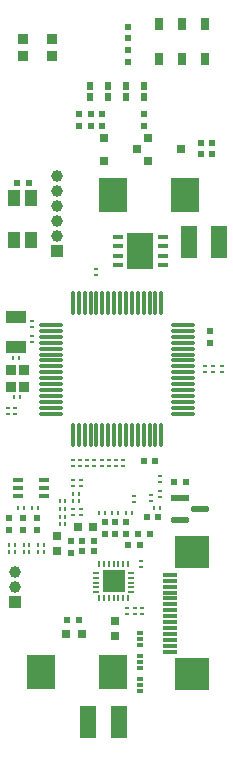
<source format=gbr>
%FSTAX26Y26*%
%MOMM*%
%SFA1B1*%

%IPPOS*%
%AMD17*
4,1,8,-0.236220,0.050800,-0.236220,-0.050800,-0.185420,-0.099060,0.185420,-0.099060,0.236220,-0.050800,0.236220,0.050800,0.185420,0.099060,-0.185420,0.099060,-0.236220,0.050800,0.0*
1,1,0.100000,-0.185420,0.050800*
1,1,0.100000,-0.185420,-0.050800*
1,1,0.100000,0.185420,-0.050800*
1,1,0.100000,0.185420,0.050800*
%
%AMD18*
4,1,8,-0.050800,-0.236220,0.050800,-0.236220,0.099060,-0.185420,0.099060,0.185420,0.050800,0.236220,-0.050800,0.236220,-0.099060,0.185420,-0.099060,-0.185420,-0.050800,-0.236220,0.0*
1,1,0.100000,-0.050800,-0.185420*
1,1,0.100000,0.050800,-0.185420*
1,1,0.100000,0.050800,0.185420*
1,1,0.100000,-0.050800,0.185420*
%
%AMD35*
4,1,8,0.500380,0.287020,-0.500380,0.287020,-0.787400,0.000000,-0.787400,0.000000,-0.500380,-0.287020,0.500380,-0.287020,0.787400,0.000000,0.787400,0.000000,0.500380,0.287020,0.0*
1,1,0.572120,0.500380,0.000000*
1,1,0.572120,-0.500380,0.000000*
1,1,0.572120,-0.500380,0.000000*
1,1,0.572120,0.500380,0.000000*
%
%ADD10R,0.949998X0.349999*%
%ADD11R,2.299995X3.099994*%
%ADD12R,1.049998X1.399997*%
%ADD13R,0.874998X0.899998*%
%ADD14R,0.599999X0.374999*%
%ADD15R,0.599999X0.376999*%
%ADD16R,0.799998X0.769998*%
G04~CAMADD=17~8~0.0~0.0~78.7~185.0~19.7~0.0~15~0.0~0.0~0.0~0.0~0~0.0~0.0~0.0~0.0~0~0.0~0.0~0.0~90.0~186.0~79.0*
%ADD17D17*%
G04~CAMADD=18~8~0.0~0.0~78.7~185.0~19.7~0.0~15~0.0~0.0~0.0~0.0~0~0.0~0.0~0.0~0.0~0~0.0~0.0~0.0~180.0~80.0~186.0*
%ADD18D18*%
%ADD19R,1.899996X1.899996*%
%ADD20R,0.799998X0.649999*%
%ADD21R,0.649999X0.799998*%
%ADD22R,0.499999X0.499999*%
%ADD23R,0.499999X0.499999*%
%ADD24R,0.299999X0.250000*%
%ADD25R,0.250000X0.299999*%
%ADD26R,2.399995X2.899994*%
%ADD27R,1.399997X2.799994*%
%ADD28O,2.099996X0.299999*%
%ADD29O,0.299999X2.099996*%
%ADD30R,0.899998X0.399999*%
%ADD31R,2.999994X2.699995*%
%ADD32R,1.199998X0.299999*%
%ADD33R,1.799996X0.999998*%
%ADD34R,0.849998X0.949998*%
G04~CAMADD=35~8~0.0~0.0~619.6~225.2~112.6~0.0~15~0.0~0.0~0.0~0.0~0~0.0~0.0~0.0~0.0~0~0.0~0.0~0.0~0.0~619.6~225.2*
%ADD35D35*%
%ADD36R,1.573897X0.572129*%
%ADD37R,0.719999X1.079998*%
%ADD38R,0.499999X0.699999*%
%ADD47C,0.999998*%
%ADD48R,0.999998X0.999998*%
%LNpcb_pads_top-1*%
%LPD*%
G54D10*
X136652Y42405579D03*
Y43205577D03*
Y44005576D03*
Y448056D03*
X09865182D03*
Y44005576D03*
Y43205577D03*
Y42405579D03*
G54D11*
X11765178Y43605577D03*
G54D12*
X02553792Y44504178D03*
Y48104196D03*
X01103782D03*
Y44504178D03*
G54D13*
X04285488Y60132976D03*
Y61532998D03*
X01810486D03*
Y60132976D03*
G54D14*
X11726595Y06858D03*
Y07366D03*
X1172657Y087884D03*
Y092964D03*
X11726595Y107188D03*
Y112268D03*
G54D15*
X11726595Y0635D03*
X1172657Y082804D03*
X11726595Y102108D03*
G54D16*
X12447574Y51236981D03*
Y53156993D03*
X11453799Y52197D03*
X08713774Y53156993D03*
Y51236981D03*
X15187599Y52197D03*
G54D17*
X08034578Y14724608D03*
Y15124607D03*
Y15524581D03*
Y1592458D03*
Y1632458D03*
X10964595D03*
Y1592458D03*
Y15524581D03*
Y15124607D03*
Y14724608D03*
G54D18*
X08299577Y14189583D03*
X08699576D03*
X09099575D03*
X094996D03*
X09899599D03*
X10299598D03*
X10699597D03*
Y171196D03*
X10299598D03*
X09899599D03*
X094996D03*
X09099575D03*
X08699576D03*
X08299577D03*
G54D19*
X094996Y15654578D03*
G54D20*
X096012Y10983188D03*
Y12283186D03*
X04724374Y18165394D03*
Y19465391D03*
G54D21*
X05496788Y112014D03*
X06796786D03*
X07751597Y20226578D03*
X064516D03*
G54D22*
X05545175Y123698D03*
X06545199D03*
X10752175Y18742177D03*
X11752199D03*
X12615799Y196596D03*
X13301599Y211074D03*
X15638399Y24003D03*
X13047599Y258064D03*
X14638375Y24003D03*
X12047575Y258064D03*
X07840599Y19083578D03*
Y18194578D03*
X11615775Y196596D03*
X12301575Y211074D03*
X06840601Y19083578D03*
X06840575Y18194578D03*
X02328799Y493776D03*
X01328775D03*
X16873575Y518414D03*
X17873599D03*
Y527304D03*
X16873575D03*
G54D23*
X05867374Y18059196D03*
X08763Y19621779D03*
X09651974Y19613778D03*
Y20613776D03*
X08763Y20621777D03*
X10541Y20613776D03*
Y19613778D03*
X05867374Y19059169D03*
X03048Y19997801D03*
Y20997799D03*
X01854174Y20997773D03*
Y19997775D03*
X006604D03*
Y20997799D03*
X176784Y35847375D03*
Y36847399D03*
X12065Y54160775D03*
Y55160799D03*
X10726978Y59641181D03*
Y60641179D03*
Y61596981D03*
Y62596979D03*
X06604Y55160799D03*
Y54160775D03*
X075692D03*
X085344D03*
Y55160799D03*
X075692D03*
G54D24*
X106172Y12830987D03*
Y13330986D03*
X112776D03*
Y12830987D03*
X119126D03*
Y13330986D03*
X11835155Y16824401D03*
Y173244D03*
X127Y22457587D03*
Y22957586D03*
X134366Y22762387D03*
Y23262386D03*
Y24032387D03*
Y24532386D03*
X103124Y254254D03*
Y25925399D03*
X112014Y22855986D03*
Y22355987D03*
X097028Y25429387D03*
Y25929386D03*
X090932Y25925399D03*
Y254254D03*
X084836D03*
Y25925399D03*
X07874D03*
Y254254D03*
X072644D03*
Y25925399D03*
X066548D03*
Y254254D03*
X060452D03*
Y25925399D03*
X060706Y24176786D03*
X067056D03*
Y23676787D03*
X060706D03*
Y21738386D03*
X067056D03*
Y21238387D03*
X060706D03*
X011938Y297942D03*
Y30294199D03*
X005588D03*
Y297942D03*
X025654Y35894187D03*
Y36394186D03*
Y37138787D03*
Y37638786D03*
X080518Y41583787D03*
Y42083786D03*
X17272Y33824799D03*
Y33324799D03*
X179578D03*
Y33824799D03*
X186436D03*
Y33324799D03*
G54D25*
X03077387Y181102D03*
X03577386D03*
Y187452D03*
X03077387D03*
X05431586Y20447D03*
Y21082D03*
X08258987Y21394978D03*
X08758986D03*
X09401987D03*
X09901986D03*
X10544987Y213868D03*
X11044986D03*
X12932587Y21844D03*
X13432586D03*
X06574586Y224028D03*
X06074587D03*
Y230378D03*
X06574586D03*
X05431586Y224028D03*
Y21717D03*
X04931587D03*
Y224028D03*
X03065399Y218186D03*
X025654D03*
X04931587Y21082D03*
Y20447D03*
X01926386Y218186D03*
X01426387D03*
X01189786Y187452D03*
X00689787D03*
Y181102D03*
X01189786D03*
X01883587D03*
X02383586D03*
Y187452D03*
X01883587D03*
X01602359Y31201715D03*
X0110236D03*
X01019987Y345186D03*
X01519986D03*
G54D26*
X03325393Y079502D03*
X09425381D03*
X15521381Y483108D03*
X09421393D03*
G54D27*
X07335977Y03683D03*
X09935997D03*
X18470397Y443484D03*
X15870377D03*
G54D28*
X1540482Y29827296D03*
Y30327295D03*
Y30827294D03*
Y31327293D03*
Y31827292D03*
Y32327291D03*
Y3282729D03*
Y33327314D03*
Y33827288D03*
Y34327287D03*
Y34827286D03*
Y35327285D03*
Y35827309D03*
Y36327308D03*
Y36827307D03*
Y37327281D03*
X04204817Y37327306D03*
Y36827307D03*
Y36327308D03*
Y35827309D03*
Y35327285D03*
Y34827286D03*
Y34327287D03*
Y33827288D03*
Y33327289D03*
Y3282729D03*
Y32327291D03*
Y31827292D03*
Y31327293D03*
Y30827294D03*
Y30327295D03*
Y29827296D03*
G54D29*
X13054838Y27977287D03*
X13554837D03*
X12554839D03*
X1205484D03*
X11554841D03*
X11054816D03*
X10554817D03*
X10054818D03*
X09554845Y27977312D03*
X0905482Y27977287D03*
X08554821D03*
X08054822D03*
X07554823D03*
X07054824D03*
X06554825D03*
X06054826D03*
X13054838Y3917729D03*
X13554837D03*
X12554839D03*
X1205484D03*
X11554815D03*
X11054816D03*
X10554817D03*
X10054818D03*
X09554819D03*
X0905482D03*
X08554821D03*
X08054822D03*
X07554823D03*
X07054824D03*
X06554825D03*
X06054826D03*
G54D30*
X03614597Y22895788D03*
Y235458D03*
Y24195786D03*
X01414576D03*
Y235458D03*
Y22895788D03*
G54D31*
X16165576Y077486D03*
Y18108599D03*
G54D32*
X14305584Y09678593D03*
Y10178592D03*
Y10678591D03*
Y1117859D03*
Y11678589D03*
Y12178588D03*
Y12678587D03*
Y13178586D03*
Y13678585D03*
Y14178584D03*
Y14678583D03*
Y15178608D03*
Y15678581D03*
Y16178606D03*
G54D33*
X0127Y35478389D03*
Y37978384D03*
G54D34*
X00785545Y32077431D03*
X0193553D03*
Y33527441D03*
X00785545D03*
G54D35*
X15091232Y20792389D03*
X16861942Y217424D03*
G54D36*
X15091232Y22692385D03*
G54D37*
X15273578Y59854998D03*
X17233595D03*
Y62814987D03*
X15273578D03*
X13313587D03*
Y59854998D03*
G54D38*
X10541Y56649188D03*
X12065025Y56641974D03*
Y57541972D03*
X10541Y57549186D03*
X090424D03*
X07543825Y57567372D03*
Y56667349D03*
X090424Y56649188D03*
G54D47*
X011938Y151384D03*
Y164084D03*
X04699Y449072D03*
Y461772D03*
Y474472D03*
Y48717174D03*
Y49987174D03*
G54D48*
X011938Y138684D03*
X04699Y436372D03*
M02*
</source>
